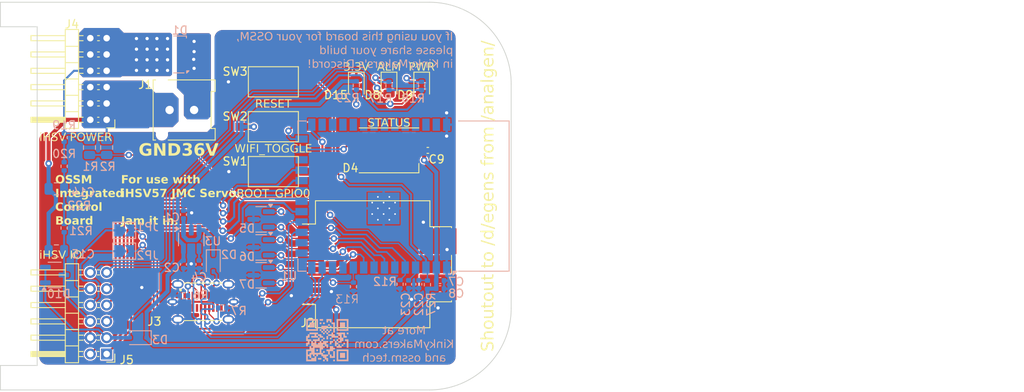
<source format=kicad_pcb>
(kicad_pcb (version 20240108) (generator "pcbnew") (generator_version "8.0")
  (layers (0 "F.Cu" signal) (31 "B.Cu" signal) (34 "B.Paste" user) (35 "F.Paste" user) (36 "B.SilkS" user "B.Silkscreen") (37 "F.SilkS" user "F.Silkscreen") (38 "B.Mask" user) (39 "F.Mask" user) (44 "Edge.Cuts" user))
  (net 0 "")
  (net 1 "+3.3V")
  (net 3 "+36V")
  (net 4 "Net-(D8-K)")
  (net 5 "Net-(D9-K)")
  (net 15 "VBUS")
  (net 16 "Net-(D2-A)")
  (net 17 "IO_???")
  (net 18 "MOT_CON_V")
  (net 19 "IO_3V")
  (net 23 "IO_LED_ALM")
  (net 24 "IO_LED_PWR")
  (net 25 "/USB_D+")
  (net 26 "/USB_D-")
  (net 27 "IO_ENA")
  (net 28 "IO_PED")
  (net 29 "IO_GND")
  (net 30 "IO_DIR")
  (net 31 "IO_PUL")
  (net 32 "IO_TX")
  (net 33 "IO_ALM")
  (net 34 "IO_RX")
  (net 35 "MOT_CON_GND")
  (net 38 "ESP_MOTOR_V")
  (net 40 "ESP_EN")
  (net 42 "ESP_IO0")
  (net 44 "ESP_RXD")
  (net 45 "ESP_TXD")
  (net 46 "RGB_LED")
  (net 47 "ESP_IO_RXD")
  (net 48 "ESP_IO_TXD")
  (net 49 "ESP_REM_I2C_SDA")
  (net 50 "ESP_REM_POT")
  (net 51 "ESP_REM_ENCODER_A")
  (net 52 "ESP_REM_I2C_SCL")
  (net 53 "ESP_REM_ENCODER_SW")
  (net 54 "ESP_REM_ENCODER_B")
  (net 63 "ESP_WIFI_SWITCH")
  (net 64 "Net-(J3-CC1)")
  (net 67 "Net-(J3-CC2)")
  (net 68 "Net-(C14-Pad1)")
  (net 69 "Net-(R19-Pad2)")
  (net 70 "Net-(U3-BYP)")
  (net 71 "Net-(D15-A)")
  (footprint "Connector_PinHeader_2.00mm:PinHeader_2x06_P2.00mm_Horizontal" (layer "F.Cu") (at 100.8 101 180)
    (property "Reference" "J4")
    (property "Value" "iHSV POWER")
  )
  (footprint "LED_SMD:LED_WS2812_PLCC6_5.0x5.0mm_P1.6mm" (layer "F.Cu") (at 135.35 104.75 180)
    (property "Reference" "D4")
    (property "Value" "WS2813" (hide yes))
  )
  (footprint "Connector_PinHeader_2.00mm:PinHeader_2x06_P2.00mm_Horizontal" (layer "F.Cu") (at 100.8 129.7 180)
    (property "Reference" "J5")
    (property "Value" "iHSV IO")
  )
  (footprint "OSSM:SW_SPST_HRO_K2-1107ST" (layer "F.Cu") (at 121.2 101.85 180)
    (property "Reference" "SW2")
    (property "Value" "WIFI_TOGGLE")
  )
  (footprint "OSSM:RJ45_TE_1-338088-3_Vertical_Top_Entry" (layer "F.Cu") (at 133.35 118.7 180)
    (property "Reference" "J2")
    (property "Value" "8P8C_Shielded")
  )
  (footprint "OSSM:USB_C_Receptacle_Molex_204711-0001" (layer "F.Cu") (at 112.6 123.3)
    (property "Reference" "J3")
    (property "Value" "USB_C_Receptacle_USB2.0" (hide yes))
  )
  (footprint "LED_SMD:LED_0805_2012Metric" (layer "F.Cu") (at 135.35 96.85 -90)
    (property "Reference" "D8")
    (property "Value" "LED")
  )
  (footprint "Connector_Molex:Molex_Micro-Fit_3.0_43045-0212_2x01_P3.00mm_Vertical" (layer "F.Cu") (at 111.5 99.8 -90)
    (property "Reference" "J1")
    (property "Value" "PWR" (hide yes))
  )
  (footprint "LED_SMD:LED_0805_2012Metric" (layer "F.Cu") (at 131.35 96.85 -90)
    (property "Reference" "D15")
    (property "Value" "3.3V")
  )
  (footprint "Capacitor_SMD:C_0402_1005Metric" (layer "F.Cu") (at 140.1 104.75 180)
    (property "Reference" "C9")
    (property "Value" "1uF")
  )
  (footprint "OSSM:SW_SPST_HRO_K2-1107ST" (layer "F.Cu") (at 121.2 96.35)
    (property "Reference" "SW3")
    (property "Value" "RESET")
  )
  (footprint "OSSM:SW_SPST_HRO_K2-1107ST" (layer "F.Cu") (at 121.2 107.35)
    (property "Reference" "SW1")
    (property "Value" "BOOT_GPIO0")
  )
  (footprint "LED_SMD:LED_0805_2012Metric" (layer "F.Cu") (at 139.35 96.85 -90)
    (property "Reference" "D9")
    (property "Value" "LED")
  )
  (footprint "Resistor_SMD:R_0402_1005Metric" (layer "B.Cu") (at 114.95 124.05)
    (property "Reference" "R7")
    (property "Value" "5.1k")
  )
  (footprint "Capacitor_SMD:C_0402_1005Metric" (layer "B.Cu") (at 112.1 118.7125 -90)
    (property "Reference" "C4")
    (property "Value" "470pF")
  )
  (footprint "Resistor_SMD:R_0402_1005Metric" (layer "B.Cu") (at 95.6 106.7 -90)
    (property "Reference" "R20")
    (property "Value" "51k")
  )
  (footprint "Resistor_SMD:R_0402_1005Metric" (layer "B.Cu") (at 95.6 114.2625 -90)
    (property "Reference" "R21")
    (property "Value" "1k")
  )
  (footprint "Jumper:SolderJumper-2_P1.3mm_Open_TrianglePad1.0x1.5mm" (layer "B.Cu") (at 102.95 117.1)
    (property "Reference" "JP2")
    (property "Value" "RX_Jumper")
  )
  (footprint "Resistor_SMD:R_0402_1005Metric" (layer "B.Cu") (at 95.6 103.175 -90)
    (property "Reference" "R19")
    (property "Value" "51k")
  )
  (footprint "Capacitor_SMD:C_0402_1005Metric" (layer "B.Cu") (at 137.75 121.15 -90)
    (property "Reference" "C23")
    (property "Value" "100nF")
  )
  (footprint "Package_TO_SOT_SMD:SOT-23-3" (layer "B.Cu") (at 94.4375 120.0125)
    (property "Reference" "D10")
    (property "Value" "BAW56")
  )
  (footprint "Resistor_SMD:R_0402_1005Metric" (layer "B.Cu") (at 135.35 96.85 -90)
    (property "Reference" "R17")
    (property "Value" "1k")
  )
  (footprint "Resistor_SMD:R_0805_2012Metric" (layer "B.Cu") (at 100.8 104.4 90)
    (property "Reference" "R2")
    (property "Value" "1k")
  )
  (footprint "Capacitor_SMD:C_0805_2012Metric" (layer "B.Cu") (at 94.65 109.4625 180)
    (property "Reference" "C14")
    (property "Value" "100nF/50V")
  )
  (footprint "Capacitor_SMD:C_0402_1005Metric" (layer "B.Cu") (at 110.2 112.6125 90)
    (property "Reference" "C1")
    (property "Value" "10uF")
  )
  (footprint "Resistor_SMD:R_0402_1005Metric" (layer "B.Cu") (at 131.35 96.8 90)
    (property "Reference" "R29")
    (property "Value" "220R")
  )
  (footprint "Capacitor_SMD:C_0402_1005Metric" (layer "B.Cu") (at 141.6 121.7)
    (property "Reference" "C8")
    (property "Value" "100nF")
  )
  (footprint "Resistor_SMD:R_0402_1005Metric" (layer "B.Cu") (at 136.7 121.15 -90)
    (property "Reference" "R12")
    (property "Value" "47k")
  )
  (footprint "Package_TO_SOT_SMD:SOT-23-5" (layer "B.Cu") (at 111.15 115.65 -90)
    (property "Reference" "U3")
    (property "Value" "LM8805SF5-3.3")
  )
  (footprint "Diode_SMD:D_SOD-323" (layer "B.Cu") (at 113.85 118.55 -90)
    (property "Reference" "D2")
    (property "Value" "1N5819WS")
  )
  (footprint "Package_TO_SOT_SMD:TO-277A" (layer "B.Cu") (at 107.4 93 90)
    (property "Reference" "D1")
    (property "Value" "SS10P6-M3/86A")
  )
  (footprint "Resistor_SMD:R_0402_1005Metric" (layer "B.Cu") (at 140.05 121.2 -90)
    (property "Reference" "R27")
    (property "Value" "5.1k")
  )
  (footprint "Resistor_SMD:R_0402_1005Metric" (layer "B.Cu") (at 131 121.45 -90)
    (property "Reference" "R13")
    (property "Value" "10k")
  )
  (footprint "Package_TO_SOT_SMD:SOT-23" (layer "B.Cu") (at 119.7 116.6375 180)
    (property "Reference" "D6")
    (property "Value" "PESD1CAN")
  )
  (footprint "Resistor_SMD:R_0402_1005Metric" (layer "B.Cu") (at 110.25 122.55 180)
    (property "Reference" "R6")
    (property "Value" "5.1k")
  )
  (footprint "Package_TO_SOT_SMD:SOT-23" (layer "B.Cu") (at 119.7 113.2 180)
    (property "Reference" "D5")
    (property "Value" "PESD1CAN")
  )
  (footprint "Resistor_SMD:R_0402_1005Metric" (layer "B.Cu") (at 139.35 96.85 -90)
    (property "Reference" "R18")
    (property "Value" "1k")
  )
  (footprint "Jumper:SolderJumper-2_P1.3mm_Open_TrianglePad1.0x1.5mm" (layer "B.Cu") (at 102.95 114.55)
    (property "Reference" "JP1")
    (property "Value" "TX_Jumper")
  )
  (footprint "Capacitor_SMD:C_0805_2012Metric" (layer "B.Cu") (at 94.65 117.0625)
    (property "Reference" "C15")
    (property "Value" "100nF/50V")
  )
  (footprint "Capacitor_SMD:C_0402_1005Metric" (layer "B.Cu") (at 110.2 118.7125 -90)
    (property "Reference" "C2")
    (property "Value" "10uF")
  )
  (footprint "Resistor_SMD:R_0402_1005Metric" (layer "B.Cu") (at 95.1 111.5625 180)
    (property "Reference" "R22")
    (property "Value" "2.2k")
  )
  (footprint "OSSM:OSSM_QR" (layer "B.Cu") (at 127.8 128 180)
    (property "Reference" "G***" (hide yes))
    (property "Value" "LOGO" (hide yes))
  )
  (footprint "Capacitor_SMD:C_0402_1005Metric" (layer "B.Cu") (at 141.6 120.7)
    (property "Reference" "C7")
    (property "Value" "10uF")
  )
  (footprint "Capacitor_SMD:C_0402_1005Metric" (layer "B.Cu") (at 139 121.15 -90)
    (property "Reference" "C22")
    (property "Value" "1uF")
  )
  (footprint "Resistor_SMD:R_0805_2012Metric" (layer "B.Cu") (at 98.7 104.4 -90)
    (property "Reference" "R1")
    (property "Value" "39k")
  )
  (footprint "RF_Module:ESP32-S3-WROOM-1" (layer "B.Cu") (at 137.15 110.35 90)
    (property "Reference" "U1")
    (property "Value" "ESP32-S3-WROOM-1")
  )
  (footprint "Package_TO_SOT_SMD:SOT-23" (layer "B.Cu") (at 119.7 120.05 180)
    (property "Reference" "D7")
    (property "Value" "PESD1CAN")
  )
  (footprint "Diode_SMD:D_SOD-323" (layer "B.Cu") (at 104.65 127.7 180)
    (property "Reference" "D3")
    (property "Value" "1N5819WS")
  )
  (gr_line (start 87.8 131.1) (end 92.3 131.1) (stroke (width 0.1)) (layer "Edge.Cuts"))
  (gr_line (start 140.3 134.1) (end 87.8 134.1) (stroke (width 0.1)) (layer "Edge.Cuts"))
  (gr_line (start 87.8 86.6) (end 140.3 86.6) (stroke (width 0.1)) (layer "Edge.Cuts"))
  (gr_line (start 92.3 89.6) (end 87.8 89.6) (stroke (width 0.1)) (layer "Edge.Cuts"))
  (gr_line (start 92.3 131.1) (end 92.3 89.6) (stroke (width 0.1)) (layer "Edge.Cuts"))
  (gr_line (start 87.8 134.1) (end 87.8 131.1) (stroke (width 0.1)) (layer "Edge.Cuts"))
  (gr_arc (start 140.3 86.6) (mid 147.371068 89.528932) (end 150.3 96.6) (stroke (width 0.1)) (layer "Edge.Cuts"))
  (gr_arc (start 150.3 124.1) (mid 147.371068 131.171068) (end 140.3 134.1) (stroke (width 0.1)) (layer "Edge.Cuts"))
  (gr_line (start 150.3 96.6) (end 150.3 124.1) (stroke (width 0.1)) (layer "Edge.Cuts"))
  (gr_line (start 87.8 89.6) (end 87.8 86.6) (stroke (width 0.1)) (layer "Edge.Cuts"))
  (gr_text "If you using this board for your OSSM, \nplease share your build \nin KinkyMakers's Discord!" (at 143.2 94.8 0) (layer "B.SilkS") (effects (font (size 1 1)) (justify left bottom mirror)))
  (gr_text "More at\nKinkyMakers.com\nand ossm.tech" (at 137.2 130.8 0) (layer "B.SilkS") (effects (font (size 1 1)) (justify bottom mirror)))
  (gr_text "For use with\niHSV57 JMC Servo\n\nJam it in." (at 102.55 110.9 0) (layer "F.SilkS") (effects (font (size 1 1) (thickness 0.25) (bold yes)) (justify left)))
  (gr_text "GND" (at 104.7 103.9 0) (layer "F.SilkS") (effects (font (size 1.5 1.5) (thickness 0.375) (bold yes)) (justify left top)))
  (gr_text "Shoutout to /d/egens from /analgen/" (at 147.5 110.35 90) (layer "F.SilkS") (effects (font (size 1.5 1.5) (thickness 0.1875))))
  (gr_text "36V" (at 114.5 103.9 0) (layer "F.SilkS") (effects (font (size 1.5 1.5) (thickness 0.375) (bold yes)) (justify right top)))
  (gr_text "OSSM \nIntegrated \nControl \nBoard" (at 94.5 110.9 0) (layer "F.SilkS") (effects (font (size 1 1) (thickness 0.25) (bold yes)) (justify left)))
  (segment (start 125.8 123.145) (end 127.795 123.145) (width 0.5) (layer "F.Cu") (net 1))
  (segment (start 139.65 105.95) (end 139.65 104.78) (width 0.5) (layer "F.Cu") (net 1))
  (segment (start 139.62 104.75) (end 137.8 104.75) (width 0.25) (layer "F.Cu") (net 1))
  (segment (start 127.795 123.145) (end 128.9 124.25) (width 0.5) (layer "F.Cu") (net 1))
  (segment (start 139.65 104.78) (end 139.62 104.75) (width 0.5) (layer "F.Cu") (net 1))
  (segment (start 117.3 101.85) (end 118.8 101.85) (width 0.5) (layer "F.Cu") (net 1))
  (via (at 128.9 124.25) (size 0.8) (drill 0.4) (layers "F.Cu" "B.Cu") (net 1))
  (via (at 118.8 101.85) (size 0.8) (drill 0.4) (layers "F.Cu" "B.Cu") (net 1))
  (via (at 139.65 105.95) (size 0.8) (drill 0.4) (layers "F.Cu" "B.Cu") (net 1))
  (segment (start 141.12 121.7) (end 140.06 121.7) (width 0.5) (layer "B.Cu") (net 1))
  (segment (start 128.9 124.25) (end 128.9 128.6) (width 0.5) (layer "B.Cu") (net 1))
  (segment (start 117.3 102.8) (end 109.49 110.61) (width 0.5) (layer "B.Cu") (net 1))
  (segment (start 140.05 121.71) (end 140.05 122.7) (width 0.5) (layer "B.Cu") (net 1))
  (segment (start 109.49 110.61) (end 109.49 115.64) (width 0.5) (layer "B.Cu") (net 1))
  (segment (start 140.06 121.7) (end 140.05 121.71) (width 0.5) (layer "B.Cu") (net 1))
  (segment (start 140.05 122.7) (end 134.15 128.6) (width 0.5) (layer "B.Cu") (net 1))
  (segment (start 117.3 100.85) (end 117.3 101.85) (width 0.5) (layer "B.Cu") (net 1))
  (segment (start 119.05 99.1) (end 117.3 100.85) (width 0.5) (layer "B.Cu") (net 1))
  (segment (start 126.8 99.1) (end 119.05 99.1) (width 0.5) (layer "B.Cu") (net 1))
  (segment (start 110.2 116.35) (end 110.2 116.7875) (width 0.5) (layer "B.Cu") (net 1))
  (segment (start 141.14 119.1) (end 141.14 107.44) (width 0.5) (layer "B.Cu") (net 1))
  (segment (start 141.14 120.68) (end 141.12 120.7) (width 0.5) (layer "B.Cu") (net 1))
  (segment (start 141.14 119.1) (end 141.14 120.68) (width 0.5) (layer "B.Cu") (net 1))
  (segment (start 110.2 118.2325) (end 110.2 116.7875) (width 0.5) (layer "B.Cu") (net 1))
  (segment (start 141.14 107.44) (end 139.65 105.95) (width 0.5) (layer "B.Cu") (net 1))
  (segment (start 141.12 121.7) (end 141.12 120.7) (width 0.5) (layer "B.Cu") (net 1))
  (segment (start 131.35 96.29) (end 129.61 96.29) (width 0.5) (layer "B.Cu") (net 1))
  (segment (start 128.9 128.6) (end 106.6 128.6) (width 0.5) (layer "B.Cu") (net 1))
  (segment (start 110.082444 118.2325) (end 110.2 118.2325) (width 0.5) (layer "B.Cu") (net 1))
  (segment (start 134.15 128.6) (end 128.9 128.6) (width 0.5) (layer "B.Cu") (net 1))
  (segment (start 106.6 128.6) (end 105.7 127.7) (width 0.5) (layer "B.Cu") (net 1))
  (segment (start 105.7 124.55) (end 108.25 122) (width 0.5) (layer "B.Cu") (net 1))
  (segment (start 129.61 96.29) (end 126.8 99.1) (width 0.5) (layer "B.Cu") (net 1))
  (segment (start 108.25 120.064944) (end 110.082444 118.2325) (width 0.5) (layer "B.Cu") (net 1))
  (segment (start 118.8 101.85) (end 117.3 101.85) (width 0.5) (layer "B.Cu") (net 1))
  (segment (start 117.3 101.85) (end 117.3 102.8) (width 0.5) (layer "B.Cu") (net 1))
  (segment (start 109.49 115.64) (end 110.2 116.35) (width 0.5) (layer "B.Cu") (net 1))
  (segment (start 108.25 122) (end 108.25 120.064944) (width 0.5) (layer "B.Cu") (net 1))
  (segment (start 105.7 127.7) (end 105.7 124.55) (width 0.5) (layer "B.Cu") (net 1))
  (via (at 111.5 91.4) (size 0.8) (drill 0.4) (layers "F.Cu" "B.Cu") (net 3))
  (via (at 111.5 92.65) (size 0.8) (drill 0.4) (layers "F.Cu" "B.Cu") (net 3))
  (via (at 111.5 94.7) (size 0.8) (drill 0.4) (layers "F.Cu" "B.Cu") (net 3))
  (via (at 111.45 93.6) (size 0.8) (drill 0.4) (layers "F.Cu" "B.Cu") (net 3))
  (segment (start 133.7 95.85) (end 135.2875 95.85) (width 0.25) (layer "F.Cu") (net 4))
  (segment (start 135.2875 95.85) (end 135.35 95.9125) (width 0.25) (layer "F.Cu") (net 4))
  (via (at 133.7 95.85) (size 0.8) (drill 0.4) (layers "F.Cu" "B.Cu") (net 4))
  (segment (start 135.35 96.34) (end 134.19 96.34) (width 0.25) (layer "B.Cu") (net 4))
  (segment (start 134.19 96.34) (end 133.7 95.85) (width 0.25) (layer "B.Cu") (net 4))
  (segment (start 139.3375 95.9) (end 139.35 95.9125) (width 0.25) (layer "F.Cu") (net 5))
  (segment (start 137.5 95.9) (end 139.3375 95.9) (width 0.25) (layer "F.Cu") (net 5))
  (via (at 137.5 95.9) (size 0.8) (drill 0.4) (layers "F.Cu" "B.Cu") (net 5))
  (segment (start 137.94 96.34) (end 137.5 95.9) (width 0.25) (layer "B.Cu") (net 5))
  (segment (start 139.35 96.34) (end 137.94 96.34) (width 0.25) (layer "B.Cu") (net 5))
  (segment (start 111.75 115.75) (end 110.7 115.75) (width 0.5) (layer "B.Cu") (net 15))
  (segment (start 110.2 115.25) (end 110.2 114.5125) (width 0.5) (layer "B.Cu") (net 15))
  (segment (start 110.2 114.5125) (end 110.2 113.0925) (width 0.5) (layer "B.Cu") (net 15))
  (segment (start 112.1 114.5125) (end 112.1 115.4) (width 0.5) (layer "B.Cu") (net 15))
  (segment (start 112.1 115.4) (end 111.75 115.75) (width 0.5) (layer "B.Cu") (net 15))
  (segment (start 112.7125 114.5125) (end 112.1 114.5125) (width 0.5) (layer "B.Cu") (net 15))
  (segment (start 113.85 117.5) (end 113.85 115.65) (width 0.5) (layer "B.Cu") (net 15))
  (segment (start 110.7 115.75) (end 110.2 115.25) (width 0.5) (layer "B.Cu") (net 15))
  (segment (start 113.85 115.65) (end 112.7125 114.5125) (width 0.5) (layer "B.Cu") (net 15))
  (segment (start 113.85 123.3) (end 113.85 122.545) (width 0.25) (layer "F.Cu") (net 16))
  (segment (start 113.85 122.545) (end 113.85 121.4) (width 0.25) (layer "F.Cu") (net 16))
  (segment (start 111.35 123.3) (end 111.35 122.545) (width 0.25) (layer "F.Cu") (net 16))
  (segment (start 111.35 123.3) (end 113.85 123.3) (width 0.25) (layer "F.Cu") (net 16))
  (segment (start 113.85 121.4) (end 114.25 121) (width 0.25) (layer "F.Cu") (net 16))
  (segment (start 113.85 124.055) (end 113.85 123.3) (width 0.25) (layer "F.Cu") (net 16))
  (segment (start 111.35 124.055) (end 111.35 123.3) (width 0.25) (layer "F.Cu") (net 16))
  (via (at 114.25 121) (size 0.8) (drill 0.4) (layers "F.Cu" "B.Cu") (net 16))
  (segment (start 114.25 121) (end 114.25 120) (width 0.25) (layer "B.Cu") (net 16))
  (segment (start 114.25 120) (end 113.85 119.6) (width 0.25) (layer "B.Cu") (net 16))
  (segment (start 95.6 119.9875) (end 95.6 117.0625) (width 0.25) (layer "B.Cu") (net 17))
  (segment (start 95.575 122.475) (end 95.575 120.0125) (width 0.25) (layer "B.Cu") (net 17))
  (segment (start 95.575 120.0125) (end 95.6 119.9875) (width 0.25) (layer "B.Cu") (net 17))
  (segment (start 95.6 114.7725) (end 95.6 117.0625) (width 0.25) (layer "B.Cu") (net 17))
  (segment (start 98.8 125.7) (end 95.575 122.475) (width 0.25) (layer "B.Cu") (net 17))
  (via (at 105.75 92.35) (size 0.8) (drill 0.4) (layers "F.Cu" "B.Cu") (net 18))
  (via (at 104.45 91.05) (size 0.8) (drill 0.4) (layers "F.Cu" "B.Cu") (net 18))
  (via (at 106.95 92.35) (size 0.8) (drill 0.4) (layers "F.Cu" "B.Cu") (net 18))
  (via (at 108.25 93.65) (size 0.8) (drill 0.4) (layers "F.Cu" "B.Cu") (net 18))
  (via (at 108.25 92.35) (size 0.8) (drill 0.4) (layers "F.Cu" "B.Cu") (net 18))
  (via (at 105.75 91.05) (size 0.8) (drill 0.4) (layers "F.Cu" "B.Cu") (net 18))
  (via (at 108.25 94.95) (size 0.8) (drill 0.4) (layers "F.Cu" "B.Cu") (net 18))
  (via (at 104.45 93.65) (size 0.8) (drill 0.4) (layers "F.Cu" "B.Cu") (net 18))
  (via (at 104.45 94.95) (size 0.8) (drill 0.4) (layers "F.Cu" "B.Cu") (net 18))
  (via (at 106.95 94.95) (size 0.8) (drill 0.4) (layers "F.Cu" "B.Cu") (net 18))
  (via (at 108.25 91.05) (size 0.8) (drill 0.4) (layers "F.Cu" "B.Cu") (net 18))
  (via (at 105.75 93.65) (size 0.8) (drill 0.4) (layers "F.Cu" "B.Cu") (net 18))
  (via (at 106.95 91.05) (size 0.8) (drill 0.4) (layers "F.Cu" "B.Cu") (net 18))
  (via (at 104.45 92.35) (size 0.8) (drill 0.4) (layers "F.Cu" "B.Cu") (net 18))
  (via (at 106.95 93.65) (size 0.8) (drill 0.4) (layers "F.Cu" "B.Cu") (net 18))
  (via (at 105.75 94.95) (size 0.8) (drill 0.4) (layers "F.Cu" "B.Cu") (net 18))
  (segment (start 95.6 102.665) (end 95.6 96.2) (width 0.25) (layer "B.Cu") (net 18))
  (segment (start 97.4375 103.4875) (end 96.615 102.665) (width 0.25) (layer "B.Cu") (net 18))
  (segment (start 98.7 103.4875) (end 97.4375 103.4875) (width 0.25) (layer "B.Cu") (net 18))
  (segment (start 96.8 95) (end 98.8 95) (width 0.25) (layer "B.Cu") (net 18))
  (segment (start 95.6 96.2) (end 96.8 95) (width 0.25) (layer "B.Cu") (net 18))
  (segment (start 96.615 102.665) (end 95.6 102.665) (width 0.25) (layer "B.Cu") (net 18))
  (segment (start 116.775 100.632538) (end 119.007538 98.4) (width 0.25) (layer "B.Cu") (net 19))
  (segment (start 103.6 127.7) (end 100.8 127.7) (width 0.5) (layer "B.Cu") (net 19))
  (segment (start 107.45 119.85) (end 108.965 118.335) (width 0.25) (layer "B.Cu") (net 19))
  (segment (start 119.007538 98.4) (end 126.35 98.4) (width 0.25) (layer "B.Cu") (net 19))
  (segment (start 103.6 125.75) (end 107.45 121.9) (width 0.25) (layer "B.Cu") (net 19))
  (segment (start 139.35 97.95) (end 139.35 97.36) (width 0.25) (layer "B.Cu") (net 19))
  (segment (start 107.45 121.9) (end 107.45 119.85) (width 0.25) (layer "B.Cu") (net 19))
  (segment (start 132.175 97.925) (end 134 99.75) (width 0.25) (layer "B.Cu") (net 19))
  (segment (start 135.35 97.36) (end 139.35 97.36) (width 0.25) (layer "B.Cu") (net 19))
  (segment (start 134 99.75) (end 137.55 99.75) (width 0.25) (layer "B.Cu") (net 19))
  (segment (start 131.8 95.55) (end 132.175 95.925) (width 0.25) (layer "B.Cu") (net 19))
  (segment (start 96.75 126.7) (end 93.3 123.25) (width 0.25) (layer "B.Cu") (net 19))
  (segment (start 103.6 127.7) (end 103.6 125.75) (width 0.25) (layer "B.Cu") (net 19))
  (segment (start 137.55 99.75) (end 139.35 97.95) (width 0.25) (layer "B.Cu") (net 19))
  (segment (start 100.8 127.7) (end 99.8 126.7) (width 0.25) (layer "B.Cu") (net 19))
  (segment (start 108.965 118.335) (end 108.965 110.392538) (width 0.25) (layer "B.Cu") (net 19))
  (segment (start 129.2 95.55) (end 131.8 95.55) (width 0.25) (layer "B.Cu") (net 19))
  (segment (start 99.8 126.7) (end 96.75 126.7) (width 0.25) (layer "B.Cu") (net 19))
  (segment (start 93.3 119.0625) (end 93.3 120.9625) (width 0.25) (layer "B.Cu") (net 19))
  (segment (start 116.775 102.582538) (end 116.775 100.632538) (width 0.25) (layer "B.Cu") (net 19))
  (segment (start 126.35 98.4) (end 129.2 95.55) (width 0.25) (layer "B.Cu") (net 19))
  (segment (start 93.3 123.25) (end 93.3 120.9625) (width 0.25) (layer "B.Cu") (net 19))
  (segment (start 132.175 95.925) (end 132.175 97.925) (width 0.25) (layer "B.Cu") (net 19))
  (segment (start 108.965 110.392538) (end 116.775 102.582538) (width 0.25) (layer "B.Cu") (net 19))
  (segment (start 133.9 97.1) (end 134.5875 97.7875) (width 0.2) (layer "F.Cu") (net 23))
  (segment (start 134.5875 97.7875) (end 135.35 97.7875) (width 0.2) (layer "F.Cu") (net 23))
  (via (at 133.9 97.1) (size 0.8) (drill 0.4) (layers "F.Cu" "B.Cu") (net 23))
  (segment (start 99.95 118.55) (end 98.8 119.7) (width 0.2) (layer "B.Cu") (net 23))
  (segment (start 115.9 100.3) (end 115.9 102.2) (width 0.2) (layer "B.Cu") (net 23))
  (segment (start 115.9 102.2) (end 108.1 110) (width 0.2) (layer "B.Cu") (net 23))
  (segment (start 118.65 97.55) (end 115.9 100.3) (width 0.2) (layer "B.Cu") (net 23))
  (segment (start 125.977513 97.55) (end 118.65 97.55) (width 0.2) (layer "B.Cu") (net 23))
  (segment (start 128.777513 94.75) (end 125.977513 97.55) (width 0.2) (layer "B.Cu") (net 23))
  (segment (start 132.95 96.019239) (end 132.95 95.605025) (width 0.2) (layer "B.Cu") (net 23))
  (segment (start 107.6 118.55) (end 99.95 118.55) (width 0.2) (layer "B.Cu") (net 23))
  (segment (start 133.9 97.1) (end 133.9 96.969239) (width 0.2) (layer "B.Cu") (net 23))
  (segment (start 133.9 96.969239) (end 132.95 96.019239) (width 0.2) (layer "B.Cu") (net 23))
  (segment (start 132.95 95.605025) (end 132.094975 94.75) (width 0.2) (layer "B.Cu") (net 23))
  (segment (start 132.094975 94.75) (end 128.777513 94.75) (width 0.2) (layer "B.Cu") (net 23))
  (segment (start 108.1 118.05) (end 107.6 118.55) (width 0.2) (layer "B.Cu") (net 23))
  (segment (start 108.1 110) (end 108.1 118.05) (width 0.2) (layer "B.Cu") (net 23))
  (segment (start 138.2125 97.7875) (end 139.35 97.7875) (width 0.2) (layer "F.Cu") (net 24))
  (segment (start 136.95 99.05) (end 138.2125 97.7875) (width 0.2) (layer "F.Cu") (net 24))
  (segment (start 135.5 99.05) (end 136.95 99.05) (width 0.2) (layer "F.Cu") (net 24))
  (via (at 135.5 99.05) (size 0.8) (drill 0.4) (layers "F.Cu" "B.Cu") (net 24))
  (segment (start 107.8 118.9) (end 108.5 118.2) (width 0.2) (layer "B.Cu") (net 24))
  (segment (start 126.15 97.95) (end 129 95.1) (width 0.2) (layer "B.Cu") (net 24))
  (segment (start 133.9 99.05) (end 135.5 99.05) (width 0.2) (layer "B.Cu") (net 24))
  (segment (start 108.5 110.15) (end 116.35 102.3) (width 0.2) (layer "B.Cu") (net 24))
  (segment (start 131.95 95.1) (end 132.55 95.7) (width 0.2) (layer "B.Cu") (net 24))
  (segment (start 132.55 97.7) (end 133.9 99.05) (width 0.2) (layer "B.Cu") (net 24))
  (segment (start 132.55 95.7) (end 132.55 97.7) (width 0.2) (layer "B.Cu") (net 24))
  (segment (start 101.6 118.9) (end 107.8 118.9) (width 0.2) (layer "B.Cu") (net 24))
  (segment (start 129 95.1) (end 131.95 95.1) (width 0.2) (layer "B.Cu") (net 24))
  (segment (start 116.35 102.3) (end 116.35 100.45) (width 0.2) (layer "B.Cu") (net 24))
  (segment (start 116.35 100.45) (end 118.85 97.95) (width 0.2) (layer "B.Cu") (net 24))
  (segment (start 100.8 119.7) (end 101.6 118.9) (width 0.2) (layer "B.Cu") (net 24))
  (segment (start 108.5 118.2) (end 108.5 110.15) (width 0.2) (layer "B.Cu") (net 24))
  (segment (start 118.85 97.95) (end 126.15 97.95) (width 0.2) (layer "B.Cu") (net 24))
  (segment (start 112.825 125.4) (end 112.825 124.792501) (width 0.2) (layer "F.Cu") (net 25))
  (segment (start 112.374999 122.520001) (end 112.374999 121.199999) (width 0.2) (layer "F.Cu") (net 25))
  (segment (start 112.825 124.792501) (end 112.85 124.767501) (width 0.2) (layer "F.Cu") (net 25))
  (segment (start 112.35 122.545) (end 112.374999 122.520001) (width 0.2) (layer "F.Cu") (net 25))
  (segment (start 113.125 125.7) (end 112.825 125.4) (width 0.2) (layer "F.Cu") (net 25))
  (segment (start 112.85 124.767501) (end 112.85 124.055) (width 0.2) (layer "F.Cu") (net 25))
  (segment (start 112.374999 121.199999) (end 112.075 120.9) (width 0.2) (layer "F.Cu") (net 25))
  (segment (start 112.35 122.505) (end 112.374999 122.529999) (width 0.2) (layer "F.Cu") (net 25))
  (segment (start 112.85 124.055) (end 112.825001 124.079999) (width 0.2) (layer "F.Cu") (net 25))
  (via (at 113.125 125.7) (size 0.8) (drill 0.4) (layers "F.Cu" "B.Cu") (net 25))
  (via (at 112.075 120.9) (size 0.8) (drill 0.4) (layers "F.Cu" "B.Cu") (net 25))
  (segment (start 113.7432 127.175) (end 112.825001 126.256801) (width 0.2) (layer "B.Cu") (net 25))
  (segment (start 113.15 121.975) (end 112.075 120.9) (width 0.2) (layer "B.Cu") (net 25))
  (segment (start 112.636 124.204) (end 112.894 124.204) (width 0.2) (layer "B.Cu") (net 25))
  (segment (start 113.92 123.948) (end 113.92 123.82) (width 0.2) (layer "B.Cu") (net 25))
  (segment (start 112.825001 126.256801) (end 112.825001 125.999999) (width 0.2) (layer "B.Cu") (net 25))
  (segment (start 113.15 122.54) (end 113.15 122.04375) (width 0.2) (layer "B.Cu") (net 25))
  (segment (start 113.664 123.564) (end 113.15 123.564) (width 0.2) (layer "B.Cu") (net 25))
  (segment (start 113.15 122.04375) (end 113.15 121.975) (width 0.2) (layer "B.Cu") (net 25))
  (segment (start 125.9 120.225001) (end 126.31 120.635001) (width 0.2) (layer "B.Cu") (net 25))
  (segment (start 112.636 122.924) (end 112.894 122.924) (width 0.2) (layer "B.Cu") (net 25))
  (segment (start 112.825001 125.999999) (end 113.125 125.7) (width 0.2) (layer "B.Cu") (net 25))
  (segment (start 113.15 122.668) (end 113.15 122.54) (width 0.2) (layer "B.Cu") (net 25))
  (segment (start 121.5068 127.175) (end 113.7432 127.175) (width 0.2) (layer "B.Cu") (net 25))
  (segment (start 112.894 124.844) (end 112.636 124.844) (width 0.2) (layer "B.Cu") (net 25))
  (segment (start 113.15 123.564) (end 112.894 123.564) (width 0.2) (layer "B.Cu") (net 25))
  (segment (start 125.9 119.1) (end 125.9 120.225001) (width 0.2) (layer "B.Cu") (net 25))
  (segment (start 126.31 120.635001) (end 126.31 122.3718) (width 0.2) (layer "B.Cu") (net 25))
  (segment (start 112.894 124.204) (end 113.15 124.204) (width 0.2) (layer "B.Cu") (net 25))
  (segment (start 126.31 122.3718) (end 121.5068 127.175) (width 0.2) (layer "B.Cu") (net 25))
  (segment (start 113.15 124.204) (end 113.664 124.204) (width 0.2) (layer "B.Cu") (net 25))
  (segment (start 112.38 123.308) (end 112.38 123.18) (width 0.2) (layer "B.Cu") (net 25))
  (segment (start 113.15 125.675) (end 113.15 125.1) (width 0.2) (layer "B.Cu") (net 25))
  (segment (start 112.38 124.588) (end 112.38 124.46) (width 0.2) (layer "B.Cu") (net 25))
  (segment (start 112.894 123.564) (end 112.636 123.564) (width 0.2) (layer "B.Cu") (net 25))
  (segment (start 113.125 125.7) (end 113.15 125.675) (width 0.2) (layer "B.Cu") (net 25))
  (arc (start 112.38 124.46) (mid 112.454981 124.278981) (end 112.636 124.204) (width 0.2) (layer "B.Cu") (net 25))
  (arc (start 113.15 125.1) (mid 113.075019 124.918981) (end 112.894 124.844) (width 0.2) (layer "B.Cu") (net 25))
  (arc (start 113.664 124.204) (mid 113.845019 124.129019) (end 113.92 123.948) (width 0.2) (layer "B.Cu") (net 25))
  (arc (start 112.636 124.844) (mid 112.454981 124.769019) (end 112.38 124.588) (width 0.2) (layer "B.Cu") (net 25))
  (arc (start 112.38 123.18) (mid 112.454981 122.998981) (end 112.636 122.924) (width 0.2) (layer "B.Cu") (net 25))
  (arc (start 112.894 122.924) (mid 113.075019 122.849019) (end 113.15 122.668) (width 0.2) (layer "B.Cu") (net 25))
  (arc (start 113.92 123.82) (mid 113.845019 123.638981) (end 113.664 123.564) (width 0.2) (layer "B.Cu") (net 25))
  (arc (start 112.636 123.564) (mid 112.454981 123.489019) (end 112.38 123.308) (width 0.2) (layer "B.Cu") (net 25))
  (segment (start 112.35 124.767501) (end 112.35 124.055) (width 0.2) (layer "F.Cu") (net 26))
  (segment (start 112.85 122.505) (end 112.825001 122.529999) (width 0.2) (layer "F.Cu") (net 26))
  (segment (start 112.825001 122.520001) (end 112.825001 121.199999) (width 0.2) (layer "F.Cu") (net 26))
  (segment (start 112.375 124.792501) (end 112.35 124.767501) (width 0.2) (layer "F.Cu") (net 26))
  (segment (start 112.075 125.7) (end 112.375 125.4) (width 0.2) (layer "F.Cu") (net 26))
  (segment (start 112.825001 121.199999) (end 113.125 120.9) (width 0.2) (layer "F.Cu") (net 26))
  (segment (start 112.375 125.4) (end 112.375 124.792501) (width 0.2) (layer "F.Cu") (net 26))
  (segment (start 112.85 122.545) (end 112.825001 122.520001) (width 0.2) (layer "F.Cu") (net 26))
  (segment (start 112.35 124.055) (end 112.374999 124.079999) (width 0.2) (layer "F.Cu") (net 26))
  (via (at 113.125 120.9) (size 0.8) (drill 0.4) (layers "F.Cu" "B.Cu") (net 26))
  (via (at 112.075 125.7) (size 0.8) (drill 0.4) (layers "F.Cu" "B.Cu") (net 26))
  (segment (start 126.76 122.5582) (end 121.6932 127.625) (width 0.2) (layer "B.Cu") (net 26))
  (segment (start 121.6932 127.625) (end 113.5568 127.625) (width 0.2) (layer "B.Cu") (net 26))
  (segment (start 111.425 120.630761) (end 111.805761 120.25) (width 0.2) (layer "B.Cu") (net 26))
  (segment (start 127.17 120.225001) (end 126.76 120.635001) (width 0.2) (layer "B.Cu") (net 26))
  (segment (start 112.475 120.25) (end 113.125 120.9) (width 0.2) (layer "B.Cu") (net 26))
  (segment (start 111.425 125.05) (end 111.425 120.630761) (width 0.2) (layer "B.Cu") (net 26))
  (segment (start 112.075 125.7) (end 111.425 125.05) (width 0.2) (layer "B.Cu") (net 26))
  (segment (start 127.17 119.1) (end 127.17 120.225001) (width 0.2) (layer "B.Cu") (net 26))
  (segment (start 113.5568 127.625) (end 112.374999 126.443199) (width 0.2) (layer "B.Cu") (net 26))
  (segment (start 126.76 120.635001) (end 126.76 122.5582) (width 0.2) (layer "B.Cu") (net 26))
  (segment (start 112.374999 125.999999) (end 112.075 125.7) (width 0.2) (layer "B.Cu") (net 26))
  (segment (start 111.805761 120.25) (end 112.475 120.25) (width 0.2) (layer "B.Cu") (net 26))
  (segment (start 112.374999 126.443199) (end 112.374999 125.999999) (width 0.2) (layer "B.Cu") (net 26))
  (segment (start 104.75 111.7) (end 102.9 113.55) (width 0.25) (layer "F.Cu") (net 27))
  (segment (start 114.945405 113.45) (end 113.195405 111.7) (width 0.25) (layer "F.Cu") (net 27))
  (segment (start 102.9 113.55) (end 102.9 123.6) (width 0.25) (layer "F.Cu") (net 27))
  (segment (start 102.9 123.6) (end 100.8 125.7) (width 0.25) (layer "F.Cu") (net 27))
  (segment (start 113.195405 111.7) (end 104.75 111.7) (width 0.25) (layer "F.Cu") (net 27))
  (segment (start 115.05 113.45) (end 114.945405 113.45) (width 0.25) (layer "F.Cu") (net 27))
  (via (at 115.05 113.45) (size 0.8) (drill 0.4) (layers "F.Cu" "B.Cu") (net 27))
  (segment (start 123.885 109.715) (end 124.65 109.715) (width 0.25) (layer "B.Cu") (net 27))
  (segment (start 116.4 112.9) (end 116.4 111.15) (width 0.25) (layer "B.Cu") (net 27))
  (segment (start 117.3 110.25) (end 123.35 110.25) (width 0.25) (layer "B.Cu") (net 27))
  (segment (start 115.05 113.45) (end 115.85 113.45) (width 0.25) (layer "B.Cu") (net 27))
  (segment (start 115.85 113.45) (end 116.4 112.9) (width 0.25) (layer "B.Cu") (net 27))
  (segment (start 123.35 110.25) (end 123.885 109.715) (width 0.25) (layer "B.Cu") (net 27))
  (segment (start 116.4 111.15) (end 117.3 110.25) (width 0.25) (layer "B.Cu") (net 27))
  (segment (start 101.9 120.6) (end 100.8 121.7) (width 0.25) (layer "F.Cu") (net 28))
  (segment (start 101.9 113.3) (end 101.9 120.6) (width 0.25) (layer "F.Cu") (net 28))
  (segment (start 114.354596 110.8) (end 104.4 110.8) (width 0.25) (layer "F.Cu") (net 28))
  (segment (start 115.052298 111.497702) (end 114.354596 110.8) (width 0.25) (layer "F.Cu") (net 28))
  (segment (start 104.4 110.8) (end 101.9 113.3) (width 0.25) (layer "F.Cu") (net 28))
  (via (at 115.052298 111.497702) (size 0.8) (drill 0.4) (layers "F.Cu" "B.Cu") (net 28))
  (segment (start 115.052298 110.847702) (end 116.8 109.1) (width 0.25) (layer "B.Cu") (net 28))
  (segment (start 116.8 109.1) (end 121.65 109.1) (width 0.25) (layer "B.Cu") (net 28))
  (segment (start 115.052298 111.497702) (end 115.052298 110.847702) (width 0.25) (layer "B.Cu") (net 28))
  (segment (start 121.65 109.1) (end 123.575 107.175) (width 0.25) (layer "B.Cu") (net 28))
  (segment (start 123.575 107.175) (end 124.65 107.175) (width 0.25) (layer "B.Cu") (net 28))
  (via (at 141.35 124.05) (size 0.8) (drill 0.4) (layers "F.Cu" "B.Cu") (net 29))
  (via (at 138.1 123) (size 0.8) (drill 0.4) (layers "F.Cu" "B.Cu") (net 29))
  (via (at 139.55 113.55) (size 0.8) (drill 0.4) (layers "F.Cu" "B.Cu") (net 29))
  (via (at 115.7 96.35) (size 0.8) (drill 0.4) (layers "F.Cu" "B.Cu") (net 29))
  (via (at 142.4 100.15) (size 0.8) (drill 0.4) (layers "F.Cu" "B.Cu") (net 29))
  (via (at 115.75 107.35) (size 0.8) (drill 0.4) (layers "F.Cu" "B.Cu") (net 29))
  (via (at 111.2 112.4) (size 0.8) (drill 0.4) (layers "F.Cu" "B.Cu") (net 29))
  (via (at 123.4 122.55) (size 0.8) (drill 0.4) (layers "F.Cu" "B.Cu") (net 29))
  (via (at 142.4 103) (size 0.8) (drill 0.4) (layers "F.Cu" "B.Cu") (net 29))
  (via (at 128.3 122.05) (size 0.8) (drill 0.4) (layers "F.Cu" "B.Cu") (net 29))
  (via (at 142.45 116.9) (size 0.8) (drill 0.4) (layers "F.Cu" "B.Cu") (net 29))
  (via (at 105.1 121.55) (size 0.8) (drill 0.4) (layers "F.Cu" "B.Cu") (net 29))
  (via (at 111.15 118.65) (size 0.8) (drill 0.4) (layers "F.Cu" "B.Cu") (net 29))
  (segment (start 104.15 114.45) (end 103.8 114.8) (width 0.25) (layer "F.Cu") (net 30))
  (segment (start 113.75 114.45) (end 104.15 114.45) (width 0.25) (layer "F.Cu") (net 30))
  (segment (start 116 115.55) (end 114.85 115.55) (width 0.25) (layer "F.Cu") (net 30))
  (segment (start 103.8 126.7) (end 100.8 129.7) (width 0.25) (layer "F.Cu") (net 30))
  (segment (start 114.85 115.55) (end 113.75 114.45) (width 0.25) (layer "F.Cu") (net 30))
  (segment (start 103.8 114.8) (end 103.8 126.7) (width 0.25) (layer "F.Cu") (net 30))
  (via (at 116 115.55) (size 0.8) (drill 0.4) (layers "F.Cu" "B.Cu") (net 30))
  (segment (start 118.1 111.2) (end 122.5 111.2) (width 0.25) (layer "B.Cu") (net 30))
  (segment (start 122.5 111.2) (end 123.555 112.255) (width 0.25) (layer "B.Cu") (net 30))
  (segment (start 123.555 112.255) (end 124.65 112.255) (width 0.25) (layer "B.Cu") (net 30))
  (segment (start 117.45 111.85) (end 118.1 111.2) (width 0.25) (layer "B.Cu") (net 30))
  (segment (start 116 115.55) (end 117.45 114.1) (width 0.25) (layer "B.Cu") (net 30))
  (segment (start 117.45 114.1) (end 117.45 111.85) (width 0.25) (layer "B.Cu") (net 30))
  (segment (start 103.8 114.05) (end 103.35 114.5) (width 0.25) (layer "F.Cu") (net 31))
  (segment (start 103.35 126.5) (end 101.2 128.65) (width 0.25) (layer "F.Cu") (net 31))
  (segment (start 103.35 114.5) (end 103.35 126.5) (width 0.25) (layer "F.Cu") (net 31))
  (segment (start 115 114.6) (end 114.45 114.05) (width 0.25) (layer "F.Cu") (net 31))
  (segment (start 101.2 128.65) (end 99.85 128.65) (width 0.25) (layer "F.Cu") (net 31))
  (segment (start 99.85 128.65) (end 98.8 129.7) (width 0.25) (layer "F.Cu") (net 31))
  (segment (start 114.45 114.05) (end 103.8 114.05) (width 0.25) (layer "F.Cu") (net 31))
  (via (at 115 114.6) (size 0.8) (drill 0.4) (layers "F.Cu" "B.Cu") (net 31))
  (segment (start 117.65 110.7) (end 117 111.35) (width 0.25) (layer "B.Cu") (net 31))
  (segment (start 115.75 114.6) (end 115 114.6) (width 0.25) (layer "B.Cu") (net 31))
  (segment (start 124.365 110.7) (end 117.65 110.7) (width 0.25) (layer "B.Cu") (net 31))
  (segment (start 117 111.35) (end 117 113.35) (width 0.25) (layer "B.Cu") (net 31))
  (segment (start 124.65 110.985) (end 124.365 110.7) (width 0.25) (layer "B.Cu") (net 31))
  (segment (start 117 113.35) (end 115.75 114.6) (width 0.25) (layer "B.Cu") (net 31))
  (segment (start 102.225 114.55) (end 100.7 114.55) (width 0.25) (layer "B.Cu") (net 32))
  (segment (start 97.5 121.7) (end 98.8 121.7) (width 0.25) (layer "B.Cu") (net 32))
  (segment (start 97.1 118.15) (end 97.1 121.3) (width 0.25) (layer "B.Cu") (net 32))
  (segment (start 97.1 121.3) (end 97.5 121.7) (width 0.25) (layer "B.Cu") (net 32))
  (segment (start 100.7 114.55) (end 97.1 118.15) (width 0.25) (layer "B.Cu") (net 32))
  (segment (start 102.4 113.4) (end 102.4 122.1) (width 0.25) (layer "F.Cu") (net 33))
  (segment (start 113.85 111.25) (end 104.55 111.25) (width 0.25) (layer "F.Cu") (net 33))
  (segment (start 104.55 111.25) (end 102.4 113.4) (width 0.25) (layer "F.Cu") (net 33))
  (segment (start 115.05 112.45) (end 113.85 111.25) (width 0.25) (layer "F.Cu") (net 33))
  (segment (start 102.4 122.1) (end 100.8 123.7) (width 0.25) (layer "F.Cu") (net 33))
  (via (at 115.05 112.45) (size 0.8) (drill 0.4) (layers "F.Cu" "B.Cu") (net 33))
  (segment (start 115.727298 110.972702) (end 117 109.7) (width 0.25) (layer "B.Cu") (net 33))
  (segment (start 122.4075 109.7) (end 123.6625 108.445) (width 0.25) (layer "B.Cu") (net 33))
  (segment (start 123.6625 108.445) (end 124.65 108.445) (width 0.25) (layer "B.Cu") (net 33))
  (segment (start 115.727298 112.172702) (end 115.727298 110.972702) (width 0.25) (layer "B.Cu") (net 33))
  (segment (start 117 109.7) (end 122.4075 109.7) (width 0.25) (layer "B.Cu") (net 33))
  (segment (start 115.45 112.45) (end 115.727298 112.172702) (width 0.25) (layer "B.Cu") (net 33))
  (segment (start 115.05 112.45) (end 115.45 112.45) (width 0.25) (layer "B.Cu") (net 33))
  (segment (start 97.6 118.75) (end 99.25 117.1) (width 0.25) (layer "B.Cu") (net 34))
  (segment (start 98.8 123.7) (end 99.8 122.7) (width 0.25) (layer "B.Cu") (net 34))
  (segment (start 99.8 122.7) (end 99.8 121.05) (width 0.25) (layer "B.Cu") (net 34))
  (segment (start 99.25 117.1) (end 102.225 117.1) (width 0.25) (layer "B.Cu") (net 34))
  (segment (start 97.6 120.35) (end 97.6 118.75) (width 0.25) (layer "B.Cu") (net 34))
  (segment (start 99.45 120.7) (end 97.95 120.7) (width 0.25) (layer "B.Cu") (net 34))
  (segment (start 99.8 121.05) (end 99.45 120.7) (width 0.25) (layer "B.Cu") (net 34))
  (segment (start 97.95 120.7) (end 97.6 120.35) (width 0.25) (layer "B.Cu") (net 34))
  (segment (start 95.85 101) (end 93.7 103.15) (width 0.5) (layer "F.Cu") (net 35))
  (segment (start 93.7 103.15) (end 93.7 106.35) (width 0.5) (layer "F.Cu") (net 35))
  (segment (start 98.8 101) (end 95.85 101) (width 0.5) (layer "F.Cu") (net 35))
  (via (at 93.7 106.35) (size 0.8) (drill 0.4) (layers "F.Cu" "B.Cu") (net 35))
  (segment (start 93.7 112.4525) (end 94.59 111.5625) (width 0.5) (layer "B.Cu") (net 35))
  (segment (start 93.7 106.35) (end 93.7 109.4625) (width 0.5) (layer "B.Cu") (net 35))
  (segment (start 94.59 111.5625) (end 94.59 110.3525) (width 0.5) (layer "B.Cu") (net 35))
  (segment (start 94.59 110.3525) (end 93.7 109.4625) (width 0.5) (layer "B.Cu") (net 35))
  (segment (start 93.7 117.0625) (end 93.7 112.4525) (width 0.5) (layer "B.Cu") (net 35))
  (segment (start 100.8 103.4875) (end 100.8 101) (width 0.25) (layer "B.Cu") (net 35))
  (segment (start 117.25 110.75) (end 126.25 110.75) (width 0.15) (layer "F.Cu") (net 38))
  (segment (start 103.5 105.3125) (end 111.8125 105.3125) (width 0.15) (layer "F.Cu") (net 38))
  (segment (start 126.25 110.75) (end 128.15 112.65) (width 0.15) (layer "F.Cu") (net 38))
  (segment (start 111.8125 105.3125) (end 117.25 110.75) (width 0.15) (layer "F.Cu") (net 38))
  (via (at 103.5 105.3125) (size 0.8) (drill 0.4) (layers "F.Cu" "B.Cu") (net 38))
  (via (at 128.15 112.65) (size 0.8) (drill 0.4) (layers "F.Cu" "B.Cu") (net 38))
  (segment (start 137.75 120.67) (end 138.6 119.82) (width 0.15) (layer "B.Cu") (net 38))
  (segment (start 103.5 105.3125) (end 100.8 105.3125) (width 0.15) (layer "B.Cu") (net 38))
  (segment (start 138.6 119.1) (end 138.6 118.25) (width 0.15) (layer "B.Cu") (net 38))
  (segment (start 98.7 105.3125) (end 100.8 105.3125) (width 0.25) (layer "B.Cu") (net 38))
  (segment (start 136.5 116.15) (end 134.35 116.15) (width 0.15) (layer "B.Cu") (net 38))
  (segment (start 138.6 118.25) (end 136.5 116.15) (width 0.15) (layer "B.Cu") (net 38))
  (segment (start 132.75 114.55) (end 130.1 114.55) (width 0.15) (layer "B.Cu") (net 38))
  (segment (start 134.35 116.15) (end 132.75 114.55) (width 0.15) (layer "B.Cu") (net 38))
  (segment (start 138.6 119.82) (end 138.6 119.1) (width 0.15) (layer "B.Cu") (net 38))
  (segment (start 130.1 114.55) (end 128.2 112.65) (width 0.15) (layer "B.Cu") (net 38))
  (segment (start 128.2 112.65) (end 128.15 112.65) (width 0.15) (layer "B.Cu") (net 38))
  (segment (start 126.65 96.35) (end 125.1 96.35) (width 0.25) (layer "F.Cu") (net 40))
  (segment (start 128.6 107.1) (end 128.6 98.3) (width 0.25) (layer "F.Cu") (net 40))
  (segment (start 128.6 98.3) (end 126.65 96.35) (width 0.25) (layer "F.Cu") (net 40))
  (segment (start 129.5 108) (end 128.6 107.1) (width 0.25) (layer "F.Cu") (net 40))
  (via (at 129.5 108) (size 0.8) (drill 0.4) (layers "F.Cu" "B.Cu") (net 40))
  (segment (start 140.03 120.67) (end 140.05 120.69) (width 0.15) (layer "B.Cu") (net 40))
  (segment (start 136.9 109) (end 138.05 110.15) (width 0.25) (layer "B.Cu") (net 40))
  (segment (start 139 120.67) (end 140.03 120.67) (width 0.15) (layer "B.Cu") (net 40))
  (segment (start 140.05 120.69) (end 140.05 119.28) (width 0.15) (layer "B.Cu") (net 40))
  (segment (start 130.5 109) (end 136.9 109) (width 0.25) (layer "B.Cu") (net 40))
  (segment (start 140.05 119.28) (end 139.87 119.1) (width 0.15) (layer "B.Cu") (net 40))
  (segment (start 139.87 118.1) (end 139.87 119.1) (width 0.25) (layer "B.Cu") (net 40))
  (segment (start 129.5 108) (end 130.5 109) (width 0.25) (layer "B.Cu") (net 40))
  (segment (start 138.05 116.28) (end 139.87 118.1) (width 0.25) (layer "B.Cu") (net 40))
  (segment (start 138.05 110.15) (end 138.05 116.28) (width 0.25) (layer "B.Cu") (net 40))
  (segment (start 126.2 107.35) (end 125.1 107.35) (width 0.25) (layer "F.Cu") (net 42))
  (segment (start 127.2 103.7) (end 127.2 106.35) (width 0.25) (layer "F.Cu") (net 42))
  (segment (start 127.2 106.35) (end 126.2 107.35) (width 0.25) (layer "F.Cu") (net 42))
  (via (at 127.2 103.7) (size 0.8) (drill 0.4) (layers "F.Cu" "B.Cu") (net 42))
  (segment (start 125.9 102.4) (end 127.2 103.7) (width 0.25) (layer "B.Cu") (net 42))
  (segment (start 125.9 101.6) (end 125.9 102.4) (width 0.25) (layer "B.Cu") (net 42))
  (segment (start 131.25 103.15) (end 129.8 104.6) (width 0.25) (layer "F.Cu") (net 46))
  (segment (start 132.9 103.15) (end 131.25 103.15) (width 0.25) (layer "F.Cu") (net 46))
  (via (at 129.8 104.6) (size 0.8) (drill 0.4) (layers "F.Cu" "B.Cu") (net 46))
  (segment (start 129.215 104.635) (end 124.65 104.635) (width 0.25) (layer "B.Cu") (net 46))
  (segment (start 129.25 104.6) (end 129.215 104.635) (width 0.25) (layer "B.Cu") (net 46))
  (segment (start 129.8 104.6) (end 129.25 104.6) (width 0.25) (layer "B.Cu") (net 46))
  (segment (start 107.9 126.6) (end 117.3 126.6) (width 0.2) (layer "F.Cu") (net 47))
  (segment (start 119.45 124.45) (end 119.45 122.667004) (width 0.2) (layer "F.Cu") (net 47))
  (segment (start 107 117.1) (end 107 125.7) (width 0.2) (layer "F.Cu") (net 47))
  (segment (start 105.2 115.3) (end 107 117.1) (width 0.2) (layer "F.Cu") (net 47))
  (segment (start 117.3 126.6) (end 119.45 124.45) (width 0.2) (layer "F.Cu") (net 47))
  (segment (start 119.45 122.667004) (end 119.85 122.267004) (width 0.2) (layer "F.Cu") (net 47))
  (segment (start 107 125.7) (end 107.9 126.6) (width 0.2) (layer "F.Cu") (net 47))
  (via (at 105.2 115.3) (size 0.8) (drill 0.4) (layers "F.Cu" "B.Cu") (net 47))
  (via (at 119.85 122.267004) (size 0.8) (drill 0.4) (layers "F.Cu" "B.Cu") (net 47))
  (segment (start 123.05 121.2) (end 123.05 114) (width 0.2) (layer "B.Cu") (net 47))
  (segment (start 123.05 114) (end 123.525 113.525) (width 0.2) (layer "B.Cu") (net 47))
  (segment (start 123.525 113.525) (end 124.65 113.525) (width 0.2) (layer "B.Cu") (net 47))
  (segment (start 104.45 114.55) (end 103.675 114.55) (width 0.2) (layer "B.Cu") (net 47))
  (segment (start 105.2 115.3) (end 104.45 114.55) (width 0.2) (layer "B.Cu") (net 47))
  (segment (start 119.85 122.267004) (end 121.982996 122.267004) (width 0.2) (layer "B.Cu") (net 47))
  (segment (start 121.982996 122.267004) (end 123.05 121.2) (width 0.2) (layer "B.Cu") (net 47))
  (segment (start 120.05 124.5) (end 120.05 123.85) (width 0.2) (layer "F.Cu") (net 48))
  (segment (start 107.7 127.05) (end 117.5 127.05) (width 0.2) (layer "F.Cu") (net 48))
  (segment (start 105.2 116.35) (end 106.55 117.7) (width 0.2) (layer "F.Cu") (net 48))
  (segment (start 106.55 117.7) (end 106.55 125.9) (width 0.2) (layer "F.Cu") (net 48))
  (segment (start 120.05 123.85) (end 120.55 123.35) (width 0.2) (layer "F.Cu") (net 48))
  (segment (start 117.5 127.05) (end 120.05 124.5) (width 0.2) (layer "F.Cu") (net 48))
  (segment (start 106.55 125.9) (end 107.7 127.05) (width 0.2) (layer "F.Cu") (net 48))
  (via (at 105.2 116.35) (size 0.8) (drill 0.4) (layers "F.Cu" "B.Cu") (net 48))
  (via (at 120.55 123.35) (size 0.8) (drill 0.4) (layers "F.Cu" "B.Cu") (net 48))
  (segment (start 121.5 123.35) (end 123.45 121.4) (width 0.2) (layer "B.Cu") (net 48))
  (segment (start 105.2 116.35) (end 104.45 117.1) (width 0.2) (layer "B.Cu") (net 48))
  (segment (start 123.45 115.1) (end 123.755 114.795) (width 0.2) (layer "B.Cu") (net 48))
  (segment (start 123.45 121.4) (end 123.45 115.1) (width 0.2) (layer "B.Cu") (net 48))
  (segment (start 104.45 117.1) (end 103.675 117.1) (width 0.2) (layer "B.Cu") (net 48))
  (segment (start 123.755 114.795) (end 124.65 114.795) (width 0.2) (layer "B.Cu") (net 48))
  (segment (start 120.55 123.35) (end 121.5 123.35) (width 0.2) (layer "B.Cu") (net 48))
  (segment (start 123.525 115.525) (end 122.15 114.15) (width 0.15) (layer "F.Cu") (net 49))
  (segment (start 128.575 115.525) (end 125.8 115.525) (width 0.2) (layer "F.Cu") (net 49))
  (segment (start 125.8 115.525) (end 123.525 115.525) (width 0.15) (layer "F.Cu") (net 49))
  (segment (start 128.6 115.55) (end 128.575 115.525) (width 0.2) (layer "F.Cu") (net 49))
  (via (at 122.15 114.15) (size 0.8) (drill 0.4) (layers "F.Cu" "B.Cu") (net 49))
  (via (at 128.6 115.55) (size 0.8) (drill 0.4) (layers "F.Cu" "B.Cu") (net 49))
  (segment (start 136.06 118.21) (end 136.06 119.1) (width 0.2) (layer "B.Cu") (net 49))
  (segment (start 135.05 117.2) (end 136.06 118.21) (width 0.2) (layer "B.Cu") (net 49))
  (segment (start 128.6 115.55) (end 132.25 115.55) (width 0.2) (layer "B.Cu") (net 49))
  (segment (start 122.15 114.15) (end 120.6375 114.15) (width 0.15) (layer "B.Cu") (net 49))
  (segment (start 133.9 117.2) (end 135.05 117.2) (width 0.2) (layer "B.Cu") (net 49))
  (segment (start 132.25 115.55) (end 133.9 117.2) (width 0.2) (layer "B.Cu") (net 49))
  (segment (start 124.155 114.255) (end 122.15 112.25) (width 0.15) (layer "F.Cu") (net 50))
  (segment (start 125.8 114.255) (end 124.155 114.255) (width 0.15) (layer "F.Cu") (net 50))
  (segment (start 128.245 114.255) (end 125.8 114.255) (width 0.2) (layer "F.Cu") (net 50))
  (segment (start 128.25 114.25) (end 128.245 114.255) (width 0.2) (layer "F.Cu") (net 50))
  (via (at 128.25 114.25) (size 0.8) (drill 0.4) (layers "F.Cu" "B.Cu") (net 50))
  (via (at 122.15 112.25) (size 0.8) (drill 0.4) (layers "F.Cu" "B.Cu") (net 50))
  (segment (start 135.75 116.7) (end 137.33 118.28) (width 0.2) (layer "B.Cu") (net 50))
  (segment (start 137.33 120.01) (end 137.33 119.1) (width 0.15) (layer "B.Cu") (net 50))
  (segment (start 132.55 115.05) (end 134.2 116.7) (width 0.2) (layer "B.Cu") (net 50))
  (segment (start 134.2 116.7) (end 135.75 116.7) (width 0.2) (layer "B.Cu") (net 50))
  (segment (start 128.25 114.25) (end 128.95 114.25) (width 0.2) (layer "B.Cu") (net 50))
  (segment (start 136.7 120.64) (end 137.33 120.01) (width 0.15) (layer "B.Cu") (net 50))
  (segment (start 128.95 114.25) (end 129.75 115.05) (width 0.2) (layer "B.Cu") (net 50))
  (segment (start 129.75 115.05) (end 132.55 115.05) (width 0.2) (layer "B.Cu") (net 50))
  (segment (start 137.33 118.28) (end 137.33 119.1) (width 0.2) (layer "B.Cu") (net 50))
  (segment (start 122.15 112.25) (end 120.6375 112.25) (width 0.15) (layer "B.Cu") (net 50))
  (segment (start 128.785 118.065) (end 125.8 118.065) (width 0.2) (layer "F.Cu") (net 51))
  (segment (start 129.7 117.15) (end 128.785 118.065) (width 0.2) (layer "F.Cu") (net 51))
  (segment (start 122.615 118.065) (end 122.15 117.6) (width 0.15) (layer "F.Cu") (net 51))
  (segment (start 125.8 118.065) (end 122.615 118.065) (width 0.15) (layer "F.Cu") (net 51))
  (via (at 122.15 117.6) (size 0.8) (drill 0.4) (layers "F.Cu" "B.Cu") (net 51))
  (via (at 129.7 117.15) (size 0.8) (drill 0.4) (layers "F.Cu" "B.Cu") (net 51))
  (segment (start 122.1375 117.5875) (end 120.6375 117.5875) (width 0.15) (layer "B.Cu") (net 51))
  (segment (start 130.25 116.6) (end 131.9 116.6) (width 0.2) (layer "B.Cu") (net 51))
  (segment (start 122.15 117.6) (end 122.1375 117.5875) (width 0.15) (layer "B.Cu") (net 51))
  (segment (start 129.7 117.15) (end 130.25 116.6) (width 0.2) (layer "B.Cu") (net 51))
  (segment (start 131.9 116.6) (end 133.52 118.22) (width 0.2) (layer "B.Cu") (net 51))
  (segment (start 133.52 118.22) (end 133.52 119.1) (width 0.2) (layer "B.Cu") (net 51))
  (segment (start 123.145 116.795) (end 122.05 115.7) (width 0.15) (layer "F.Cu") (net 52))
  (segment (start 128.495 116.795) (end 125.8 116.795) (width 0.2) (layer "F.Cu") (net 52))
  (segment (start 128.5 116.8) (end 128.495 116.795) (width 0.2) (layer "F.Cu") (net 52))
  (segment (start 125.8 116.795) (end 123.145 116.795) (width 0.15) (layer "F.Cu") (net 52))
  (via (at 122.05 115.7) (size 0.8) (drill 0.4) (layers "F.Cu" "B.Cu") (net 52))
  (via (at 128.5 116.8) (size 0.8) (drill 0.4) (layers "F.Cu" "B.Cu") (net 52))
  (segment (start 129.3 116) (end 131.95 116) (width 0.2) (layer "B.Cu") (net 52))
  (segment (start 134.79 118.04) (end 134.79 119.1) (width 0.2) (layer "B.Cu") (net 52))
  (segment (start 120.65 115.7) (end 120.6375 115.6875) (width 0.15) (layer "B.Cu") (net 52))
  (segment (start 134.35 117.6) (end 134.79 118.04) (width 0.2) (layer "B.Cu") (net 52))
  (segment (start 128.5 116.8) (end 129.3 116) (width 0.2) (layer "B.Cu") (net 52))
  (segment (start 133.55 117.6) (end 134.35 117.6) (width 0.2) (layer "B.Cu") (net 52))
  (segment (start 122.05 115.7) (end 120.65 115.7) (width 0.15) (layer "B.Cu") (net 52))
  (segment (start 131.95 116) (end 133.55 117.6) (width 0.2) (layer "B.Cu") (net 52))
  (segment (start 128.5 120.95) (end 128.155 120.605) (width 0.15) (layer "F.Cu") (net 53))
  (segment (start 122.495 120.605) (end 122.1 121) (width 0.15) (layer "F.Cu") (net 53))
  (segment (start 128.155 120.605) (end 125.8 120.605) (width 0.15) (layer "F.Cu") (net 53))
  (segment (start 125.8 120.605) (end 122.495 120.605) (width 0.15) (layer "F.Cu") (net 53))
  (via (at 128.5 120.95) (size 0.8) (drill 0.4) (layers "F.Cu" "B.Cu") (net 53))
  (via (at 122.1 121) (size 0.8) (drill 0.4) (layers "F.Cu" "B.Cu") (net 53))
  (segment (start 130.98 120.92) (end 131 120.94) (width 0.15) (layer "B.Cu") (net 53))
  (segment (start 131 120.94) (end 128.51 120.94) (width 0.15) (layer "B.Cu") (net 53))
  (segment (start 130.98 119.1) (end 130.98 120.92) (width 0.15) (layer "B.Cu") (net 53))
  (segment (start 122.1 121) (end 120.6375 121) (width 0.15) (layer "B.Cu") (net 53))
  (segment (start 128.51 120.94) (end 128.5 120.95) (width 0.15) (layer "B.Cu") (net 53))
  (segment (start 130.95 117.5) (end 129.115 119.335) (width 0.2) (layer "F.Cu") (net 54))
  (segment (start 125.8 119.335) (end 122.335 119.335) (width 0.15) (layer "F.Cu") (net 54))
  (segment (start 129.115 119.335) (end 125.8 119.335) (width 0.2) (layer "F.Cu") (net 54))
  (segment (start 122.335 119.335) (end 122.1 119.1) (width 0.15) (layer "F.Cu") (net 54))
  (via (at 122.1 119.1) (size 0.8) (drill 0.4) (layers "F.Cu" "B.Cu") (net 54))
  (via (at 130.95 117.5) (size 0.8) (drill 0.4) (layers "F.Cu" "B.Cu") (net 54))
  (segment (start 132.25 117.9) (end 131.85 117.5) (width 0.2) (layer "B.Cu") (net 54))
  (segment (start 131.85 117.5) (end 130.95 117.5) (width 0.2) (layer "B.Cu") (net 54))
  (segment (start 132.25 119.1) (end 132.25 117.9) (width 0.2) (layer "B.Cu") (net 54))
  (segment (start 122.1 119.1) (end 120.6375 119.1) (width 0.15) (layer "B.Cu") (net 54))
  (segment (start 125.1 101.85) (end 123.55 101.85) (width 0.25) (layer "F.Cu") (net 63))
  (segment (start 123.55 101.85) (end 123.05 102.35) (width 0.25) (layer "F.Cu") (net 63))
  (via (at 123.05 102.35) (size 0.8) (drill 0.4) (layers "F.Cu" "B.Cu") (net 63))
  (segment (start 123.05 103.05) (end 123.365 103.365) (width 0.25) (layer "B.Cu") (net 63))
  (segment (start 123.05 102.35) (end 123.05 103.05) (width 0.25) (layer "B.Cu") (net 63))
  (segment (start 123.365 103.365) (end 124.65 103.365) (width 0.25) (layer "B.Cu") (net 63))
  (segment (start 111.85 122.545) (end 111.85 121.92) (width 0.15) (layer "F.Cu") (net 64))
  (segment (start 111.33 121.4) (end 110.75 121.4) (width 0.15) (layer "F.Cu") (net 64))
  (segment (start 111.85 121.92) (end 111.33 121.4) (width 0.15) (layer "F.Cu") (net 64))
  (via (at 110.75 121.4) (size 0.8) (drill 0.4) (layers "F.Cu" "B.Cu") (net 64))
  (segment (start 110.76 122.55) (end 110.76 121.41) (width 0.15) (layer "B.Cu") (net 64))
  (segment (start 110.76 121.41) (end 110.75 121.4) (width 0.15) (layer "B.Cu") (net 64))
  (segment (start 114.25 125.7) (end 113.35 124.8) (width 0.15) (layer "F.Cu") (net 67))
  (segment (start 113.35 124.8) (end 113.35 124.055) (width 0.15) (layer "F.Cu") (net 67))
  (via (at 114.25 125.7) (size 0.8) (drill 0.4) (layers "F.Cu" "B.Cu") (net 67))
  (segment (start 114.44 124.05) (end 114.44 125.51) (width 0.15) (layer "B.Cu") (net 67))
  (segment (start 114.44 125.51) (end 114.25 125.7) (width 0.15) (layer "B.Cu") (net 67))
  (segment (start 95.6 107.21) (end 95.6 113.7525) (width 0.25) (layer "B.Cu") (net 68))
  (segment (start 95.6 103.685) (end 95.6 106.19) (width 0.25) (layer "B.Cu") (net 69))
  (segment (start 112.1 116.7875) (end 112.1 118.2325) (width 0.25) (layer "B.Cu") (net 70))
  (segment (start 131.35 99.1) (end 131.35 97.7875) (width 0.25) (layer "F.Cu") (net 71))
  (via (at 131.35 99.1) (size 0.8) (drill 0.4) (layers "F.Cu" "B.Cu") (net 71))
  (segment (start 131.35 97.31) (end 131.35 99.1) (width 0.25) (layer "B.Cu") (net 71))
  (zone (net 29) (net_name "IO_GND") (layer "F.Cu") (priority 4) (connect_pads yes (clearance 0)) (min_thickness 0.25) (fill yes (thermal_gap 0.15) (thermal_bridge_width 0.3) (smoothing fillet) (radius 1))
    (polygon (pts (xy 132.6 109.8) (xy 136.8 109.8) (xy 136.8 114) (xy 132.6 114)))
  )
  (zone (net 35) (net_name "MOT_CON_GND") (layers "F&B.Cu") (priority 2) (connect_pads yes (clearance 0)) (min_thickness 0.25) (fill yes (thermal_gap 0.5) (thermal_bridge_width 0.5))
    (polygon (pts (xy 105.25 96.2) (xy 106.75 97.7) (xy 108.9 97.7) (xy 109.6 98.4) (xy 109.6 101.2) (xy 108.9 101.9) (xy 106.05 101.9) (xy 105.9 102.05) (xy 98.05 102.05) (xy 97.75 101.75) (xy 97.75 96.6) (xy 98.15 96.2)))
  )
  (zone (net 3) (net_name "+36V") (layers "F&B.Cu") (priority 1) (connect_pads yes (clearance 0)) (min_thickness 0.25) (fill yes (thermal_gap 0.5) (thermal_bridge_width 0.5))
    (polygon (pts (xy 113.55 90.599205) (xy 113.35 90.399205) (xy 109.6 90.399205) (xy 109.4 90.599205) (xy 109.4 97.1) (xy 110.25 97.95) (xy 110.25 100.499205) (xy 110.65 100.949205) (xy 113.15 100.95) (xy 113.55 100.55)))
  )
  (zone (net 18) (net_name "MOT_CON_V") (layers "F&B.Cu") (connect_pads yes (clearance 0)) (min_thickness 0.25) (fill yes (thermal_gap 0.5) (thermal_bridge_width 0.5))
    (polygon (pts (xy 108.6 95.65) (xy 108.8 95.45) (xy 108.8 90.55) (xy 108.6 90.35) (xy 102.9 90.35) (xy 102.3 89.75) (xy 98.05 89.75) (xy 97.45 90.35) (xy 97.45 95.35) (xy 97.9 95.8) (xy 102.500948 95.8) (xy 102.701895 95.65)))
  )
  (zone (net 29) (net_name "IO_GND") (layers "F&B.Cu") (priority 3) (connect_pads (clearance 0)) (min_thickness 0.25) (fill yes (thermal_gap 0.15) (thermal_bridge_width 0.3) (smoothing fillet) (radius 1))
    (polygon (pts (xy 92.55 131) (xy 143.5 131) (xy 143.5 90) (xy 114 90) (xy 114 101.6) (xy 113.1 102.5) (xy 110.25 102.5) (xy 92.55 102.5)))
  )
  (zone (net 0) (net_name "") (layers "F&B.Cu" "Edge.Cuts") (connect_pads (clearance 0)) (min_thickness 0.254)
    (keepout (tracks not_allowed) (vias not_allowed) (pads not_allowed) (copperpour not_allowed) (footprints not_allowed))
    (fill (thermal_gap 0.508) (thermal_bridge_width 0.508))
    (polygon (pts (xy 143.85 134) (xy 87.9 134) (xy 87.9 131.2) (xy 143.85 131.2)))
  )
  (zone (net 0) (net_name "") (layers "F&B.Cu" "Edge.Cuts") (connect_pads (clearance 0)) (min_thickness 0.254)
    (keepout (tracks not_allowed) (vias not_allowed) (pads not_allowed) (copperpour not_allowed) (footprints not_allowed))
    (fill (thermal_gap 0.508) (thermal_bridge_width 0.508))
    (polygon (pts (xy 143.85 89.5) (xy 87.9 89.5) (xy 87.9 86.7) (xy 143.85 86.7)))
  )
)
</source>
